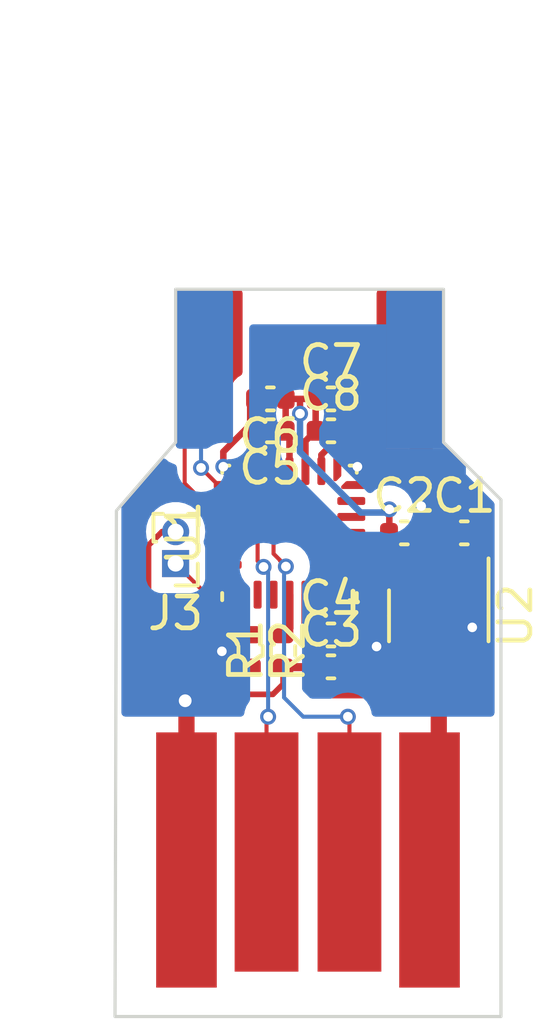
<source format=kicad_pcb>
(kicad_pcb (version 20240108) (generator "pcbnew") (generator_version "8.0")
  (layers (0 "F.Cu" signal) (31 "B.Cu" signal) (34 "B.Paste" user) (35 "F.Paste" user) (36 "B.SilkS" user "B.Silkscreen") (37 "F.SilkS" user "F.Silkscreen") (38 "B.Mask" user) (39 "F.Mask" user) (44 "Edge.Cuts" user))
  (net 0 "")
  (net 1 "+5V")
  (net 2 "GND")
  (net 3 "+3.3V")
  (net 4 "/USB_D-")
  (net 5 "/USB_D+")
  (net 6 "/TERM_DATA")
  (net 7 "/TERM_CLOCK")
  (net 26 "Net-(U1-NRST)")
  (net 27 "Net-(J3-Pin_1)")
  (footprint "Capacitor_SMD:C_0402_1005Metric" (layer "F.Cu") (at 142.37 85.4375)
    (property "Reference" "C7" (at 0 -1.16 0) (layer "F.SilkS"))
    (property "Value" "1u")
    (fp_line (start -0.107836 -0.36) (end 0.107836 -0.36) (stroke (width 0.12)) (layer "F.SilkS"))
    (fp_line (start -0.107836 0.36) (end 0.107836 0.36) (stroke (width 0.12)) (layer "F.SilkS"))
    (pad "1" smd roundrect (at -0.48 0) (size 0.56 0.62) (layers "F.Cu" "F.Paste" "F.Mask") (net 3 "+3.3V"))
    (pad "2" smd roundrect (at 0.48 0) (size 0.56 0.62) (layers "F.Cu" "F.Paste" "F.Mask") (net 2 "GND"))
  )
  (footprint "Resistor_SMD:R_0402_1005Metric" (layer "F.Cu") (at 139.85 93.34 -90)
    (property "Reference" "R2" (at 0 -1.17 90) (layer "F.SilkS"))
    (property "Value" "10K")
    (fp_line (start -0.153641 0.38) (end 0.153641 0.38) (stroke (width 0.12)) (layer "F.SilkS"))
    (fp_line (start -0.153641 -0.38) (end 0.153641 -0.38) (stroke (width 0.12)) (layer "F.SilkS"))
    (pad "1" smd roundrect (at -0.51 0 270) (size 0.54 0.64) (layers "F.Cu" "F.Paste" "F.Mask") (net 27 "Net-(J3-Pin_1)"))
    (pad "2" smd roundrect (at 0.51 0 270) (size 0.54 0.64) (layers "F.Cu" "F.Paste" "F.Mask") (net 2 "GND"))
  )
  (footprint "Capacitor_SMD:C_0402_1005Metric" (layer "F.Cu") (at 142.37 93.8375)
    (property "Reference" "C3" (at 0 -1.16 0) (layer "F.SilkS"))
    (property "Value" "1u")
    (fp_line (start -0.107836 -0.36) (end 0.107836 -0.36) (stroke (width 0.12)) (layer "F.SilkS"))
    (fp_line (start -0.107836 0.36) (end 0.107836 0.36) (stroke (width 0.12)) (layer "F.SilkS"))
    (pad "1" smd roundrect (at -0.48 0) (size 0.56 0.62) (layers "F.Cu" "F.Paste" "F.Mask") (net 3 "+3.3V"))
    (pad "2" smd roundrect (at 0.48 0) (size 0.56 0.62) (layers "F.Cu" "F.Paste" "F.Mask") (net 2 "GND"))
  )
  (footprint "Capacitor_SMD:C_0402_1005Metric" (layer "F.Cu") (at 140.47 85.4375 180)
    (property "Reference" "C6" (at 0 -1.16 0) (layer "F.SilkS"))
    (property "Value" "1u")
    (fp_line (start -0.107836 0.36) (end 0.107836 0.36) (stroke (width 0.12)) (layer "F.SilkS"))
    (fp_line (start -0.107836 -0.36) (end 0.107836 -0.36) (stroke (width 0.12)) (layer "F.SilkS"))
    (pad "1" smd roundrect (at -0.48 0 180) (size 0.56 0.62) (layers "F.Cu" "F.Paste" "F.Mask") (net 3 "+3.3V"))
    (pad "2" smd roundrect (at 0.48 0 180) (size 0.56 0.62) (layers "F.Cu" "F.Paste" "F.Mask") (net 2 "GND"))
  )
  (footprint "Capacitor_SMD:C_0402_1005Metric" (layer "F.Cu") (at 140.47 86.4375 180)
    (property "Reference" "C5" (at 0 -1.16 0) (layer "F.SilkS"))
    (property "Value" "100n")
    (fp_line (start -0.107836 0.36) (end 0.107836 0.36) (stroke (width 0.12)) (layer "F.SilkS"))
    (fp_line (start -0.107836 -0.36) (end 0.107836 -0.36) (stroke (width 0.12)) (layer "F.SilkS"))
    (pad "1" smd roundrect (at -0.48 0 180) (size 0.56 0.62) (layers "F.Cu" "F.Paste" "F.Mask") (net 3 "+3.3V"))
    (pad "2" smd roundrect (at 0.48 0 180) (size 0.56 0.62) (layers "F.Cu" "F.Paste" "F.Mask") (net 2 "GND"))
  )
  (footprint "Capacitor_SMD:C_0402_1005Metric" (layer "F.Cu") (at 142.37 92.8375)
    (property "Reference" "C4" (at 0 -1.16 0) (layer "F.SilkS"))
    (property "Value" "10n")
    (fp_line (start -0.107836 -0.36) (end 0.107836 -0.36) (stroke (width 0.12)) (layer "F.SilkS"))
    (fp_line (start -0.107836 0.36) (end 0.107836 0.36) (stroke (width 0.12)) (layer "F.SilkS"))
    (pad "1" smd roundrect (at -0.48 0) (size 0.56 0.62) (layers "F.Cu" "F.Paste" "F.Mask") (net 3 "+3.3V"))
    (pad "2" smd roundrect (at 0.48 0) (size 0.56 0.62) (layers "F.Cu" "F.Paste" "F.Mask") (net 2 "GND"))
  )
  (footprint "Capacitor_SMD:C_0402_1005Metric" (layer "F.Cu") (at 144.67 89.6375)
    (property "Reference" "C2" (at 0 -1.16 0) (layer "F.SilkS"))
    (property "Value" "1u")
    (fp_line (start -0.107836 -0.36) (end 0.107836 -0.36) (stroke (width 0.12)) (layer "F.SilkS"))
    (fp_line (start -0.107836 0.36) (end 0.107836 0.36) (stroke (width 0.12)) (layer "F.SilkS"))
    (pad "1" smd roundrect (at -0.48 0) (size 0.56 0.62) (layers "F.Cu" "F.Paste" "F.Mask") (net 3 "+3.3V"))
    (pad "2" smd roundrect (at 0.48 0) (size 0.56 0.62) (layers "F.Cu" "F.Paste" "F.Mask") (net 2 "GND"))
  )
  (footprint "Package_TO_SOT_SMD:SOT-23-3" (layer "F.Cu") (at 145.75 92.2375 -90)
    (property "Reference" "U2" (at 0 -2.4 90) (layer "F.SilkS"))
    (property "Value" "XC6206PxxxMR")
    (fp_line (start 0 1.56) (end -0.8 1.56) (stroke (width 0.12)) (layer "F.SilkS"))
    (fp_line (start 0 1.56) (end 0.8 1.56) (stroke (width 0.12)) (layer "F.SilkS"))
    (fp_line (start 0 -1.56) (end -1.8 -1.56) (stroke (width 0.12)) (layer "F.SilkS"))
    (fp_line (start 0 -1.56) (end 0.8 -1.56) (stroke (width 0.12)) (layer "F.SilkS"))
    (pad "1" smd roundrect (at -1.1375 -0.95 270) (size 1.325 0.6) (layers "F.Cu" "F.Paste" "F.Mask") (net 2 "GND"))
    (pad "2" smd roundrect (at -1.1375 0.95 270) (size 1.325 0.6) (layers "F.Cu" "F.Paste" "F.Mask") (net 3 "+3.3V"))
    (pad "3" smd roundrect (at 1.1375 0 270) (size 1.325 0.6) (layers "F.Cu" "F.Paste" "F.Mask") (net 1 "+5V"))
  )
  (footprint "Capacitor_SMD:C_0402_1005Metric" (layer "F.Cu") (at 142.37 86.4375)
    (property "Reference" "C8" (at 0 -1.16 0) (layer "F.SilkS"))
    (property "Value" "10n")
    (fp_line (start -0.107836 -0.36) (end 0.107836 -0.36) (stroke (width 0.12)) (layer "F.SilkS"))
    (fp_line (start -0.107836 0.36) (end 0.107836 0.36) (stroke (width 0.12)) (layer "F.SilkS"))
    (pad "1" smd roundrect (at -0.48 0) (size 0.56 0.62) (layers "F.Cu" "F.Paste" "F.Mask") (net 3 "+3.3V"))
    (pad "2" smd roundrect (at 0.48 0) (size 0.56 0.62) (layers "F.Cu" "F.Paste" "F.Mask") (net 2 "GND"))
  )
  (footprint "Library:usb-PCB" (layer "F.Cu") (at 141.65 104.7925)
    (property "Reference" "J1" (hide yes))
    (property "Value" "USB_A" (hide yes))
    (pad "1" connect rect (at 3.81 -4.9) (size 1.9 8) (layers "F.Cu" "F.Mask") (net 1 "+5V"))
    (pad "2" connect rect (at 1.3 -5.15) (size 2 7.5) (layers "F.Cu" "F.Mask") (net 4 "/USB_D-"))
    (pad "3" connect rect (at -1.3 -5.15) (size 2 7.5) (layers "F.Cu" "F.Mask") (net 5 "/USB_D+"))
    (pad "4" connect rect (at -3.81 -4.9) (size 1.9 8) (layers "F.Cu" "F.Mask") (net 2 "GND"))
  )
  (footprint "Package_DFN_QFN:QFN-28_4x4mm_P0.5mm" (layer "F.Cu") (at 141.07 89.6375 90)
    (property "Reference" "U1" (at 0 -3.32 90) (layer "F.SilkS"))
    (property "Value" "STM32F042G6Ux")
    (fp_line (start 2.11 -2.11) (end 2.11 -1.885) (stroke (width 0.12)) (layer "F.SilkS"))
    (fp_line (start 1.885 -2.11) (end 2.11 -2.11) (stroke (width 0.12)) (layer "F.SilkS"))
    (fp_line (start -1.885 -2.11) (end -2.11 -2.11) (stroke (width 0.12)) (layer "F.SilkS"))
    (fp_line (start 2.11 2.11) (end 2.11 1.885) (stroke (width 0.12)) (layer "F.SilkS"))
    (fp_line (start 1.885 2.11) (end 2.11 2.11) (stroke (width 0.12)) (layer "F.SilkS"))
    (fp_line (start -1.885 2.11) (end -2.11 2.11) (stroke (width 0.12)) (layer "F.SilkS"))
    (fp_line (start -2.11 2.11) (end -2.11 1.885) (stroke (width 0.12)) (layer "F.SilkS"))
    (pad "1" smd custom (at -1.9975 -1.5 90) (size 0.136863 0.136863) (layers "F.Cu" "F.Paste" "F.Mask") (net 27 "Net-(J3-Pin_1)") (options (clearance outline) (anchor circle)) (primitives (gr_poly (pts (xy 0.3325 0.05364) (xy 0.3325 0.08) (xy -0.3325 0.08) (xy -0.3325 -0.08) (xy 0.19886 -0.08)) (width 0.09) (fill yes))))
    (pad "2" smd roundrect (at -1.9375 -1 90) (size 0.875 0.25) (layers "F.Cu" "F.Paste" "F.Mask"))
    (pad "3" smd roundrect (at -1.9375 -0.5 90) (size 0.875 0.25) (layers "F.Cu" "F.Paste" "F.Mask"))
    (pad "4" smd roundrect (at -1.9375 0 90) (size 0.875 0.25) (layers "F.Cu" "F.Paste" "F.Mask") (net 26 "Net-(U1-NRST)"))
    (pad "5" smd roundrect (at -1.9375 0.5 90) (size 0.875 0.25) (layers "F.Cu" "F.Paste" "F.Mask") (net 3 "+3.3V"))
    (pad "6" smd roundrect (at -1.9375 1 90) (size 0.875 0.25) (layers "F.Cu" "F.Paste" "F.Mask"))
    (pad "7" smd custom (at -1.9975 1.5 90) (size 0.136863 0.136863) (layers "F.Cu" "F.Paste" "F.Mask") (options (clearance outline) (anchor circle)) (primitives (gr_poly (pts (xy 0.3325 -0.05364) (xy 0.19886 0.08) (xy -0.3325 0.08) (xy -0.3325 -0.08) (xy 0.3325 -0.08)) (width 0.09) (fill yes))))
    (pad "8" smd custom (at -1.5 1.9975 90) (size 0.136863 0.136863) (layers "F.Cu" "F.Paste" "F.Mask") (options (clearance outline) (anchor circle)) (primitives (gr_poly (pts (xy 0.08 0.3325) (xy -0.08 0.3325) (xy -0.08 -0.19886) (xy 0.05364 -0.3325) (xy 0.08 -0.3325)) (width 0.09) (fill yes))))
    (pad "9" smd roundrect (at -1 1.9375 90) (size 0.25 0.875) (layers "F.Cu" "F.Paste" "F.Mask"))
    (pad "10" smd roundrect (at -0.5 1.9375 90) (size 0.25 0.875) (layers "F.Cu" "F.Paste" "F.Mask"))
    (pad "11" smd roundrect (at 0 1.9375 90) (size 0.25 0.875) (layers "F.Cu" "F.Paste" "F.Mask"))
    (pad "12" smd roundrect (at 0.5 1.9375 90) (size 0.25 0.875) (layers "F.Cu" "F.Paste" "F.Mask"))
    (pad "13" smd roundrect (at 1 1.9375 90) (size 0.25 0.875) (layers "F.Cu" "F.Paste" "F.Mask"))
    (pad "14" smd custom (at 1.5 1.9975 90) (size 0.136863 0.136863) (layers "F.Cu" "F.Paste" "F.Mask") (options (clearance outline) (anchor circle)) (primitives (gr_poly (pts (xy 0.08 -0.19886) (xy 0.08 0.3325) (xy -0.08 0.3325) (xy -0.08 -0.3325) (xy -0.05364 -0.3325)) (width 0.09) (fill yes))))
    (pad "15" smd custom (at 1.9975 1.5 90) (size 0.136863 0.136863) (layers "F.Cu" "F.Paste" "F.Mask") (options (clearance outline) (anchor circle)) (primitives (gr_poly (pts (xy 0.3325 0.08) (xy -0.19886 0.08) (xy -0.3325 -0.05364) (xy -0.3325 -0.08) (xy 0.3325 -0.08)) (width 0.09) (fill yes))))
    (pad "16" smd roundrect (at 1.9375 1 90) (size 0.875 0.25) (layers "F.Cu" "F.Paste" "F.Mask") (net 2 "GND"))
    (pad "17" smd roundrect (at 1.9375 0.5 90) (size 0.875 0.25) (layers "F.Cu" "F.Paste" "F.Mask") (net 3 "+3.3V"))
    (pad "18" smd roundrect (at 1.9375 0 90) (size 0.875 0.25) (layers "F.Cu" "F.Paste" "F.Mask") (net 3 "+3.3V"))
    (pad "19" smd roundrect (at 1.9375 -0.5 90) (size 0.875 0.25) (layers "F.Cu" "F.Paste" "F.Mask") (net 4 "/USB_D-"))
    (pad "20" smd roundrect (at 1.9375 -1 90) (size 0.875 0.25) (layers "F.Cu" "F.Paste" "F.Mask") (net 5 "/USB_D+"))
    (pad "21" smd custom (at 1.9975 -1.5 90) (size 0.136863 0.136863) (layers "F.Cu" "F.Paste" "F.Mask") (options (clearance outline) (anchor circle)) (primitives (gr_poly (pts (xy 0.3325 0.08) (xy -0.3325 0.08) (xy -0.3325 0.05364) (xy -0.19886 -0.08) (xy 0.3325 -0.08)) (width 0.09) (fill yes))))
    (pad "22" smd custom (at 1.5 -1.9975 90) (size 0.136863 0.136863) (layers "F.Cu" "F.Paste" "F.Mask") (net 6 "/TERM_DATA") (options (clearance outline) (anchor circle)) (primitives (gr_poly (pts (xy 0.08 0.19886) (xy -0.05364 0.3325) (xy -0.08 0.3325) (xy -0.08 -0.3325) (xy 0.08 -0.3325)) (width 0.09) (fill yes))))
    (pad "23" smd roundrect (at 1 -1.9375 90) (size 0.25 0.875) (layers "F.Cu" "F.Paste" "F.Mask") (net 7 "/TERM_CLOCK"))
    (pad "24" smd roundrect (at 0.5 -1.9375 90) (size 0.25 0.875) (layers "F.Cu" "F.Paste" "F.Mask"))
    (pad "25" smd roundrect (at 0 -1.9375 90) (size 0.25 0.875) (layers "F.Cu" "F.Paste" "F.Mask"))
    (pad "26" smd roundrect (at -0.5 -1.9375 90) (size 0.25 0.875) (layers "F.Cu" "F.Paste" "F.Mask"))
    (pad "27" smd roundrect (at -1 -1.9375 90) (size 0.25 0.875) (layers "F.Cu" "F.Paste" "F.Mask"))
    (pad "28" smd custom (at -1.5 -1.9975 90) (size 0.136863 0.136863) (layers "F.Cu" "F.Paste" "F.Mask") (options (clearance outline) (anchor circle)) (primitives (gr_poly (pts (xy 0.08 0.3325) (xy 0.05364 0.3325) (xy -0.08 0.19886) (xy -0.08 -0.3325) (xy 0.08 -0.3325)) (width 0.09) (fill yes))))
  )
  (footprint "Capacitor_SMD:C_0402_1005Metric" (layer "F.Cu") (at 146.55 89.6375)
    (property "Reference" "C1" (at 0 -1.16 0) (layer "F.SilkS"))
    (property "Value" "1u")
    (fp_line (start -0.107836 -0.36) (end 0.107836 -0.36) (stroke (width 0.12)) (layer "F.SilkS"))
    (fp_line (start -0.107836 0.36) (end 0.107836 0.36) (stroke (width 0.12)) (layer "F.SilkS"))
    (pad "1" smd roundrect (at -0.48 0) (size 0.56 0.62) (layers "F.Cu" "F.Paste" "F.Mask") (net 1 "+5V"))
    (pad "2" smd roundrect (at 0.48 0) (size 0.56 0.62) (layers "F.Cu" "F.Paste" "F.Mask") (net 2 "GND"))
  )
  (footprint "Connector_PinHeader_1.00mm:PinHeader_1x02_P1.00mm_Vertical" (layer "F.Cu") (at 137.5 90.6 180)
    (property "Reference" "J3" (at 0 -1.56 0) (layer "F.SilkS"))
    (property "Value" "BOOT0_HI_JMP")
    (fp_line (start 0.695 0.685) (end 0.695 1.56) (stroke (width 0.12)) (layer "F.SilkS"))
    (fp_line (start 0.608276 0.685) (end 0.695 0.685) (stroke (width 0.12)) (layer "F.SilkS"))
    (fp_line (start 0.394493 1.56) (end 0.695 1.56) (stroke (width 0.12)) (layer "F.SilkS"))
    (fp_line (start -0.695 1.56) (end -0.394493 1.56) (stroke (width 0.12)) (layer "F.SilkS"))
    (fp_line (start -0.695 0.685) (end -0.608276 0.685) (stroke (width 0.12)) (layer "F.SilkS"))
    (fp_line (start -0.695 0.685) (end -0.695 1.56) (stroke (width 0.12)) (layer "F.SilkS"))
    (fp_line (start -0.695 0) (end -0.695 -0.685) (stroke (width 0.12)) (layer "F.SilkS"))
    (fp_line (start -0.695 -0.685) (end 0 -0.685) (stroke (width 0.12)) (layer "F.SilkS"))
    (pad "1" thru_hole rect (at 0 0 180) (size 0.85 0.85) (drill 0.5) (layers "*.Cu" "*.Mask") (net 27 "Net-(J3-Pin_1)"))
    (pad "2" thru_hole oval (at 0 1 180) (size 0.85 0.85) (drill 0.5) (layers "*.Cu" "*.Mask") (net 3 "+3.3V"))
  )
  (footprint "Resistor_SMD:R_0402_1005Metric" (layer "F.Cu") (at 140.87 93.3375 90)
    (property "Reference" "R1" (at 0 -1.17 90) (layer "F.SilkS"))
    (property "Value" "10K")
    (fp_line (start -0.153641 -0.38) (end 0.153641 -0.38) (stroke (width 0.12)) (layer "F.SilkS"))
    (fp_line (start -0.153641 0.38) (end 0.153641 0.38) (stroke (width 0.12)) (layer "F.SilkS"))
    (pad "1" smd roundrect (at -0.51 0 90) (size 0.54 0.64) (layers "F.Cu" "F.Paste" "F.Mask") (net 3 "+3.3V"))
    (pad "2" smd roundrect (at 0.51 0 90) (size 0.54 0.64) (layers "F.Cu" "F.Paste" "F.Mask") (net 26 "Net-(U1-NRST)"))
  )
  (gr_poly (pts (xy 137.5 82) (xy 145.9 82) (xy 145.9 86.8) (xy 147.7 88.6) (xy 147.7 104.8) (xy 135.6 104.8) (xy 135.64334 88.94334) (xy 137.5 86.8) (xy 137.5 83.6) (xy 137.5 82)) (stroke (width 0.1)) (fill none) (layer "Edge.Cuts"))
  (segment (start 145.75 99.6025) (end 145.75 93.375) (width 0.508) (layer "F.Cu") (net 1))
  (segment (start 145.75 93.375) (end 145.75 90.2675) (width 0.508) (layer "F.Cu") (net 1))
  (segment (start 146.07 89.6375) (end 146.07 87.87) (width 0.508) (layer "F.Cu") (net 1))
  (segment (start 145.46 99.8925) (end 145.75 99.6025) (width 0.508) (layer "F.Cu") (net 1))
  (segment (start 146.07 87.87) (end 144.6 86.4) (width 0.508) (layer "F.Cu") (net 1))
  (segment (start 146.07 89.9475) (end 146.07 89.6375) (width 0.508) (layer "F.Cu") (net 1))
  (segment (start 145.75 90.2675) (end 146.07 89.9475) (width 0.508) (layer "F.Cu") (net 1))
  (segment (start 143.2 86.7875) (end 142.85 86.4375) (width 0.2032) (layer "F.Cu") (net 2))
  (segment (start 142.824518 86.4375) (end 142.85 86.4375) (width 0.2032) (layer "F.Cu") (net 2))
  (segment (start 146.8 92.6) (end 146.8 91.2) (width 0.508) (layer "F.Cu") (net 2))
  (segment (start 139.85 93.85) (end 139.45 93.85) (width 0.1778) (layer "F.Cu") (net 2))
  (segment (start 142.85 86) (end 142.85 86.4375) (width 0.508) (layer "F.Cu") (net 2))
  (segment (start 146.7 89.9675) (end 146.7 91.1) (width 0.254) (layer "F.Cu") (net 2))
  (segment (start 142.85 93.2) (end 142.85 92.8375) (width 0.2032) (layer "F.Cu") (net 2))
  (segment (start 143.8 93.2) (end 142.85 93.2) (width 0.2032) (layer "F.Cu") (net 2))
  (segment (start 138.9955 87.0945) (end 139.99 86.1) (width 0.2032) (layer "F.Cu") (net 2))
  (segment (start 142.07 87.7) (end 142.07 87.192018) (width 0.2032) (layer "F.Cu") (net 2))
  (segment (start 137.84 99.8925) (end 137.84 94.94) (width 0.508) (layer "F.Cu") (net 2))
  (segment (start 139.99 86.1) (end 139.99 86.4375) (width 0.508) (layer "F.Cu") (net 2))
  (segment (start 137.84 94.94) (end 137.8 94.9) (width 0.508) (layer "F.Cu") (net 2))
  (segment (start 139.99 85.4375) (end 139.99 86.1) (width 0.508) (layer "F.Cu") (net 2))
  (segment (start 138.9955 87.563) (end 138.9955 87.0945) (width 0.2032) (layer "F.Cu") (net 2))
  (segment (start 143.2 87.563) (end 143.2 86.7875) (width 0.2032) (layer "F.Cu") (net 2))
  (segment (start 142.07 87.192018) (end 142.824518 86.4375) (width 0.2032) (layer "F.Cu") (net 2))
  (segment (start 142.85 93.8375) (end 142.85 93.2) (width 0.2032) (layer "F.Cu") (net 2))
  (segment (start 147.03 89.6375) (end 146.7 89.9675) (width 0.254) (layer "F.Cu") (net 2))
  (segment (start 145.2 89.5875) (end 145.15 89.6375) (width 0.2032) (layer "F.Cu") (net 2))
  (segment (start 142.85 85.4375) (end 142.85 86) (width 0.508) (layer "F.Cu") (net 2))
  (segment (start 139.45 93.85) (end 138.95 93.35) (width 0.1778) (layer "F.Cu") (net 2))
  (segment (start 145.2 88.8) (end 145.2 89.5875) (width 0.2032) (layer "F.Cu") (net 2))
  (segment (start 146.8 91.2) (end 146.7 91.1) (width 0.508) (layer "F.Cu") (net 2))
  (via (at 143.2 87.563) (size 0.5) (drill 0.3) (layers "F.Cu" "B.Cu") (net 2))
  (via (at 143.8 93.2) (size 0.5) (drill 0.3) (layers "F.Cu" "B.Cu") (net 2))
  (via (at 138.9955 87.563) (size 0.5) (drill 0.3) (layers "F.Cu" "B.Cu") (net 2))
  (via (at 145.2 88.8) (size 0.5) (drill 0.3) (layers "F.Cu" "B.Cu") (net 2))
  (via (at 137.8 94.9) (size 0.8) (drill 0.4) (layers "F.Cu" "B.Cu") (net 2))
  (via (at 146.8 92.6) (size 0.5) (drill 0.3) (layers "F.Cu" "B.Cu") (net 2))
  (via (at 138.95 93.35) (size 0.5) (drill 0.3) (layers "F.Cu" "B.Cu") (net 2))
  (segment (start 140.95 85.4375) (end 141.4 85.4375) (width 0.2032) (layer "F.Cu") (net 3))
  (segment (start 144.2 89.6275) (end 144.19 89.6375) (width 0.2032) (layer "F.Cu") (net 3))
  (segment (start 140.87 93.8475) (end 140.87 94.38) (width 0.1778) (layer "F.Cu") (net 3))
  (segment (start 144.2 88.9) (end 144.2 89.6275) (width 0.2032) (layer "F.Cu") (net 3))
  (segment (start 141.57 92.5175) (end 141.89 92.8375) (width 0.254) (layer "F.Cu") (net 3))
  (segment (start 141.4 85.4375) (end 141.89 85.4375) (width 0.2032) (layer "F.Cu") (net 3))
  (segment (start 140.87 94.38) (end 140.55 94.7) (width 0.1778) (layer "F.Cu") (net 3))
  (segment (start 140.55 94.7) (end 139.3 94.7) (width 0.1778) (layer "F.Cu") (net 3))
  (segment (start 141.4 85.4375) (end 141.4 85.9) (width 0.2032) (layer "F.Cu") (net 3))
  (segment (start 141.57 86.7575) (end 141.89 86.4375) (width 0.2032) (layer "F.Cu") (net 3))
  (segment (start 144.19 90.49) (end 144.8 91.1) (width 0.381) (layer "F.Cu") (net 3))
  (segment (start 140.87 93.8475) (end 141.88 93.8475) (width 0.254) (layer "F.Cu") (net 3))
  (segment (start 141.57 87.7) (end 141.57 86.7575) (width 0.2032) (layer "F.Cu") (net 3))
  (segment (start 144.8 94) (end 144.8 91.1) (width 0.254) (layer "F.Cu") (net 3))
  (segment (start 137.075 89.6) (end 137.5 89.6) (width 0.1778) (layer "F.Cu") (net 3))
  (segment (start 141.89 93.8375) (end 141.89 94.49) (width 0.254) (layer "F.Cu") (net 3))
  (segment (start 139.3 94.7) (end 136.65 92.05) (width 0.1778) (layer "F.Cu") (net 3))
  (segment (start 141.88 93.8475) (end 141.89 93.8375) (width 0.254) (layer "F.Cu") (net 3))
  (segment (start 141.89 86.4375) (end 141.89 85.4375) (width 0.2032) (layer "F.Cu") (net 3))
  (segment (start 141.07 86.5575) (end 140.95 86.4375) (width 0.2032) (layer "F.Cu") (net 3))
  (segment (start 142.1 94.7) (end 144.1 94.7) (width 0.254) (layer "F.Cu") (net 3))
  (segment (start 136.65 92.05) (end 136.65 90.025) (width 0.1778) (layer "F.Cu") (net 3))
  (segment (start 141.89 92.8375) (end 141.89 93.8375) (width 0.254) (layer "F.Cu") (net 3))
  (segment (start 144.1 94.7) (end 144.8 94) (width 0.254) (layer "F.Cu") (net 3))
  (segment (start 140.95 86.4375) (end 140.95 85.4375) (width 0.2032) (layer "F.Cu") (net 3))
  (segment (start 141.57 91.575) (end 141.57 92.5175) (width 0.254) (layer "F.Cu") (net 3))
  (segment (start 141.07 87.7) (end 141.07 86.5575) (width 0.2032) (layer "F.Cu") (net 3))
  (segment (start 141.89 94.49) (end 142.1 94.7) (width 0.254) (layer "F.Cu") (net 3))
  (segment (start 144.19 89.6375) (end 144.19 90.49) (width 0.381) (layer "F.Cu") (net 3))
  (segment (start 136.65 90.025) (end 137.075 89.6) (width 0.1778) (layer "F.Cu") (net 3))
  (via (at 144.2 88.9) (size 0.5) (drill 0.3) (layers "F.Cu" "B.Cu") (net 3))
  (via (at 141.4 85.9) (size 0.5) (drill 0.3) (layers "F.Cu" "B.Cu") (net 3))
  (segment (start 143.3 89) (end 144.1 89) (width 0.2032) (layer "B.Cu") (net 3))
  (segment (start 141.4 87.1) (end 143.3 89) (width 0.2032) (layer "B.Cu") (net 3))
  (segment (start 144.1 89) (end 144.2 88.9) (width 0.2032) (layer "B.Cu") (net 3))
  (segment (start 141.4 85.9) (end 141.4 87.1) (width 0.2032) (layer "B.Cu") (net 3))
  (segment (start 142.9 95.4) (end 142.95 95.45) (width 0.127) (layer "F.Cu") (net 4))
  (segment (start 140.770696 90.505066) (end 140.770696 90.491501) (width 0.127) (layer "F.Cu") (net 4))
  (segment (start 140.956573 90.690943) (end 140.770696 90.505066) (width 0.127) (layer "F.Cu") (net 4))
  (segment (start 140.770696 90.491501) (end 140.57 90.290805) (width 0.127) (layer "F.Cu") (net 4))
  (segment (start 140.57 90.290805) (end 140.57 87.7) (width 0.127) (layer "F.Cu") (net 4))
  (segment (start 142.95 95.45) (end 142.95 99.6425) (width 0.127) (layer "F.Cu") (net 4))
  (via (at 140.956573 90.690943) (size 0.5) (drill 0.3) (layers "F.Cu" "B.Cu") (net 4))
  (via (at 142.9 95.4) (size 0.5) (drill 0.3) (layers "F.Cu" "B.Cu") (net 4))
  (segment (start 140.9 90.747516) (end 140.9 94.8) (width 0.127) (layer "B.Cu") (net 4))
  (segment (start 141.5 95.4) (end 142.9 95.4) (width 0.127) (layer "B.Cu") (net 4))
  (segment (start 140.9 94.8) (end 141.5 95.4) (width 0.127) (layer "B.Cu") (net 4))
  (segment (start 140.956573 90.690943) (end 140.9 90.747516) (width 0.127) (layer "B.Cu") (net 4))
  (segment (start 140.257196 90.7042) (end 140.07 90.517004) (width 0.127) (layer "F.Cu") (net 5))
  (segment (start 140.07 90.517004) (end 140.07 87.7) (width 0.127) (layer "F.Cu") (net 5))
  (segment (start 140.4 95.4) (end 140.35 95.45) (width 0.127) (layer "F.Cu") (net 5))
  (segment (start 140.35 95.45) (end 140.35 99.6425) (width 0.127) (layer "F.Cu") (net 5))
  (via (at 140.4 95.4) (size 0.5) (drill 0.3) (layers "F.Cu" "B.Cu") (net 5))
  (via (at 140.257196 90.7042) (size 0.5) (drill 0.3) (layers "F.Cu" "B.Cu") (net 5))
  (segment (start 140.257196 90.7042) (end 140.4 90.847004) (width 0.127) (layer "B.Cu") (net 5))
  (segment (start 140.4 90.847004) (end 140.4 95.4) (width 0.127) (layer "B.Cu") (net 5))
  (segment (start 139.0725 88.1375) (end 138.834325 88.1375) (width 0.127) (layer "F.Cu") (net 6))
  (segment (start 138.834325 88.1375) (end 138.296985 87.60016) (width 0.127) (layer "F.Cu") (net 6))
  (via (at 138.296985 87.60016) (size 0.5) (drill 0.3) (layers "F.Cu" "B.Cu") (net 6))
  (segment (start 138 86.6) (end 138 86.2) (width 0.127) (layer "B.Cu") (net 6))
  (segment (start 138.296985 87.60016) (end 138.296985 86.896985) (width 0.127) (layer "B.Cu") (net 6))
  (segment (start 138.296985 86.896985) (end 138 86.6) (width 0.127) (layer "B.Cu") (net 6))
  (segment (start 139.1325 88.6375) (end 138.3375 88.6375) (width 0.127) (layer "F.Cu") (net 7))
  (segment (start 137.783485 88.083485) (end 137.783485 86.916515) (width 0.127) (layer "F.Cu") (net 7))
  (segment (start 138.3375 88.6375) (end 137.783485 88.083485) (width 0.127) (layer "F.Cu") (net 7))
  (segment (start 137.783485 86.916515) (end 137.9 86.8) (width 0.127) (layer "F.Cu") (net 7))
  (segment (start 141.07 91.575) (end 141.07 92.6275) (width 0.254) (layer "F.Cu") (net 26))
  (segment (start 141.07 92.6275) (end 140.87 92.8275) (width 0.254) (layer "F.Cu") (net 26))
  (segment (start 137.5 90.6) (end 138.535 91.635) (width 0.127) (layer "F.Cu") (net 27))
  (segment (start 138.535 91.635) (end 139.57 91.635) (width 0.127) (layer "F.Cu") (net 27))
  (segment (start 139.57 91.635) (end 139.57 92.55) (width 0.127) (layer "F.Cu") (net 27))
  (segment (start 139.57 92.55) (end 139.85 92.83) (width 0.127) (layer "F.Cu") (net 27))
  (zone (net 1) (net_name "+5V") (layer "F.Cu") (connect_pads (clearance 0.5)) (min_thickness 0.25) (fill yes (thermal_gap 0.5) (thermal_bridge_width 0.5))
    (polygon (pts (xy 143.8 87) (xy 145.6 87) (xy 145.6 82) (xy 143.8 82)))
  )
  (zone (net 7) (net_name "/TERM_CLOCK") (layer "F.Cu") (connect_pads (clearance 0.5)) (min_thickness 0.25) (fill yes (thermal_gap 0.5) (thermal_bridge_width 0.5))
    (polygon (pts (xy 137.8 87) (xy 139.6 87) (xy 139.6 82) (xy 137.8 82)))
  )
  (zone (net 6) (net_name "/TERM_DATA") (layer "B.Cu") (priority 1) (connect_pads (clearance 0.5)) (min_thickness 0.25) (fill yes (thermal_gap 0.5) (thermal_bridge_width 0.5))
    (polygon (pts (xy 137.5 87) (xy 139.3 87) (xy 139.3 82) (xy 137.5 82)))
  )
  (zone (net 2) (net_name "GND") (layer "B.Cu") (priority 1) (connect_pads (clearance 0.5)) (min_thickness 0.25) (fill yes (thermal_gap 0.5) (thermal_bridge_width 0.5))
    (polygon (pts (xy 144.1 87) (xy 145.9 87) (xy 145.9 82) (xy 144.1 82)))
  )
  (zone (net 2) (net_name "GND") (layer "B.Cu") (connect_pads (clearance 0.5)) (min_thickness 0.25) (fill yes (thermal_gap 0.5) (thermal_bridge_width 0.5))
    (polygon (pts (xy 135.8 95.4) (xy 135.8 86.1) (xy 138.8 83.1) (xy 144.4 83.1) (xy 146.6 85.3) (xy 146.6 87.8) (xy 147.5 88.7) (xy 147.5 95.4)))
  )
)
</source>
